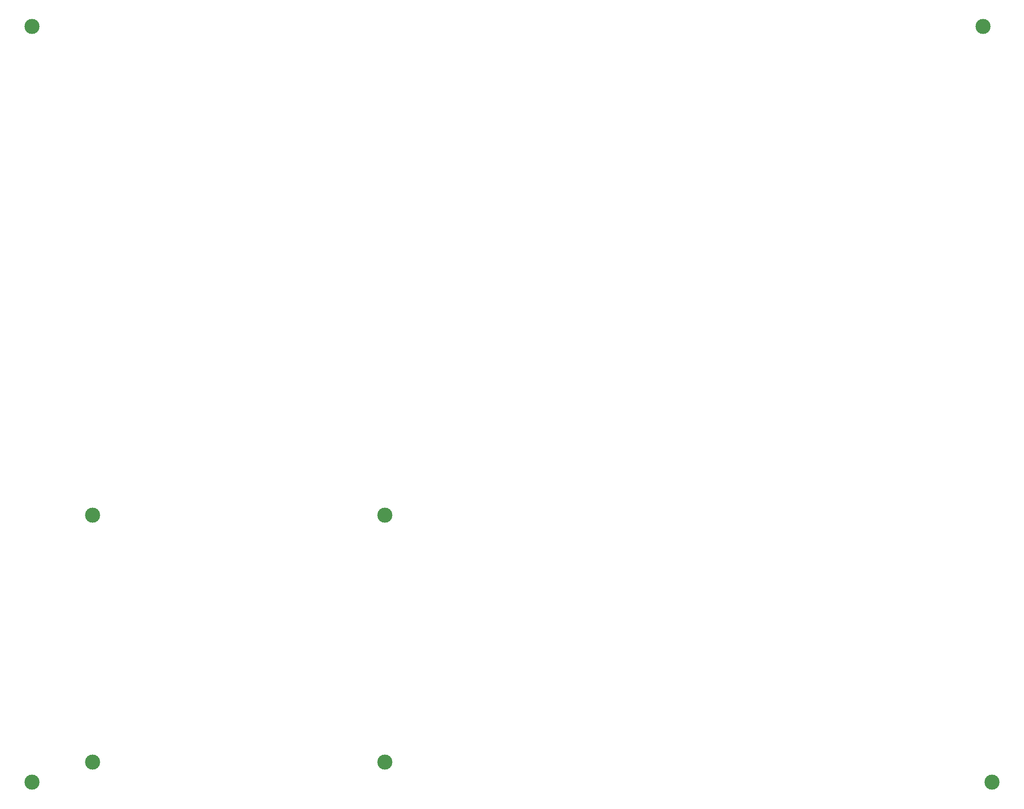
<source format=gbr>
%TF.GenerationSoftware,KiCad,Pcbnew,8.0.2*%
%TF.CreationDate,2024-07-09T15:07:07+02:00*%
%TF.ProjectId,PiADC-IO,50694144-432d-4494-9f2e-6b696361645f,1*%
%TF.SameCoordinates,Original*%
%TF.FileFunction,NonPlated,1,2,NPTH,Drill*%
%TF.FilePolarity,Positive*%
%FSLAX46Y46*%
G04 Gerber Fmt 4.6, Leading zero omitted, Abs format (unit mm)*
G04 Created by KiCad (PCBNEW 8.0.2) date 2024-07-09 15:07:07*
%MOMM*%
%LPD*%
G01*
G04 APERTURE LIST*
%TA.AperFunction,ComponentDrill*%
%ADD10C,3.000000*%
%TD*%
G04 APERTURE END LIST*
D10*
%TO.C,H2*%
X35000000Y-19500000D03*
%TO.C,H3*%
X35000000Y-169500000D03*
%TO.C,J2*%
X47000000Y-116500000D03*
X47000000Y-165500000D03*
X105000000Y-116500000D03*
X105000000Y-165500000D03*
%TO.C,H1*%
X223725000Y-19500000D03*
%TO.C,H4*%
X225500000Y-169500000D03*
M02*

</source>
